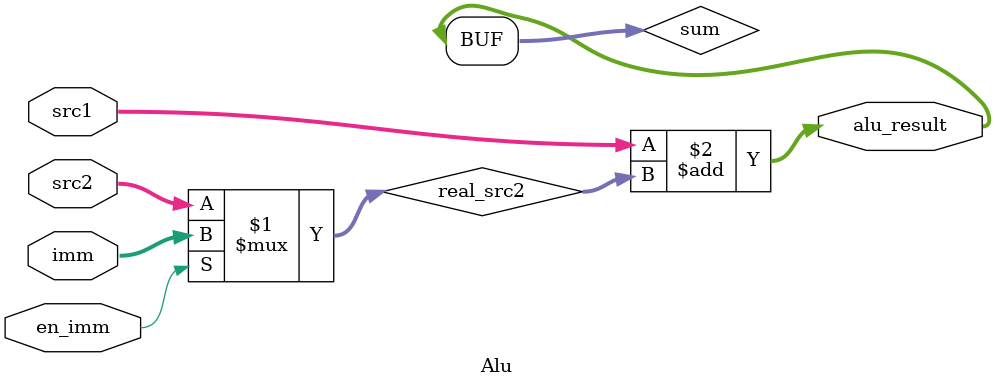
<source format=v>
module Alu (
        input  [63:0] src1,
        input  [63:0] src2,
        input  [63:0] imm,
        input  en_imm,
        output [63:0] alu_result
    );

    wire [63:0] real_src2;
    wire [63:0] sum;

    assign real_src2 = en_imm ? imm : src2;
    assign sum = src1 + real_src2;

    assign alu_result = sum;

endmodule //add

</source>
